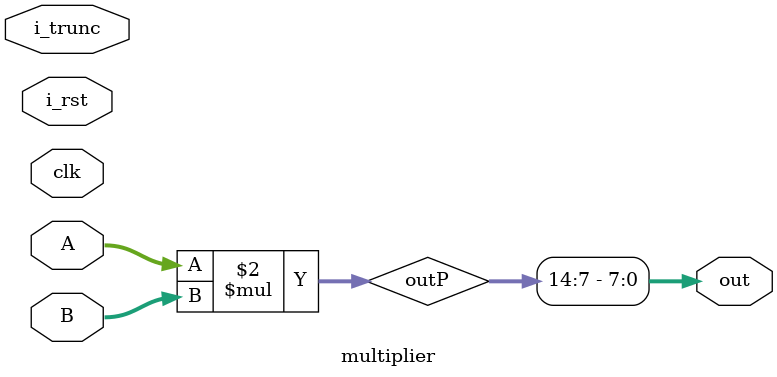
<source format=v>
module multiplier 
    # (parameter NB=8,
       parameter NBI=1,
       parameter NBQ = NB - NBI)
    (
        A,
        B,
        out,
        clk,
        i_rst,
        i_trunc
    );

    localparam M = 2 * NB;
    localparam MAXI = 2 ** (2 * NBI - 1);
    

    input clk, i_rst, i_trunc;
    input signed [NB-1: 0] A;
    input signed  [NB-1: 0] B;

    reg sign, ov;

    output signed [NB-1: 0] out;
    reg signed [M-1: 0] outP;

    always @(A, B) begin
        outP = A * B;        
    end

    assign out = outP[M-2:NB-1];
    


// the "macro" to dump signals
`ifdef COCOTB_SIM
    integer num_regs;
    initial begin
    $dumpfile ("sim.vcd");
    $dumpvars (0, multiplier);
end
`endif
endmodule


</source>
